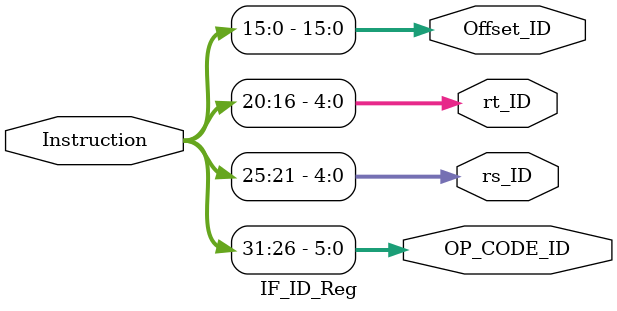
<source format=v>
`timescale 1ns / 1ps

module IF_ID_Reg
(
    input [31:0] Instruction,

    output [5:0] OP_CODE_ID,
    output [4:0] rs_ID,
    output [4:0] rt_ID,
    output [15:0] Offset_ID
);

    assign OP_CODE_ID = Instruction[31:26];
    assign rs_ID = Instruction[25:21];
    assign rt_ID = Instruction[20:16];
    assign Offset_ID = Instruction[15:0];

endmodule
</source>
